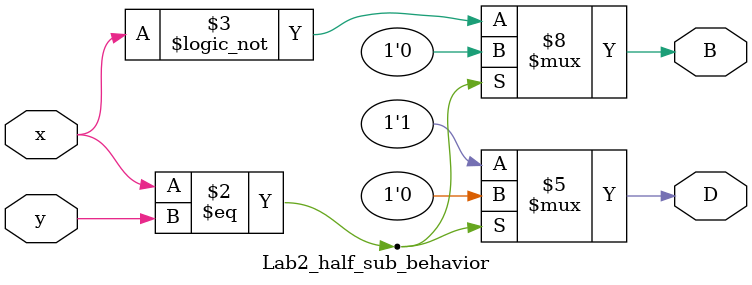
<source format=v>
module  Lab2_half_sub_behavior(output reg D, B, input x, y);
	always @(x or y or D or B)begin
	 if(x==y)begin
	  B = 1'b0;
	  D = 1'b0;
	 end
	 else begin
	  B = (!x);
	  D = 1'b1; 
	 end
        end
endmodule

</source>
